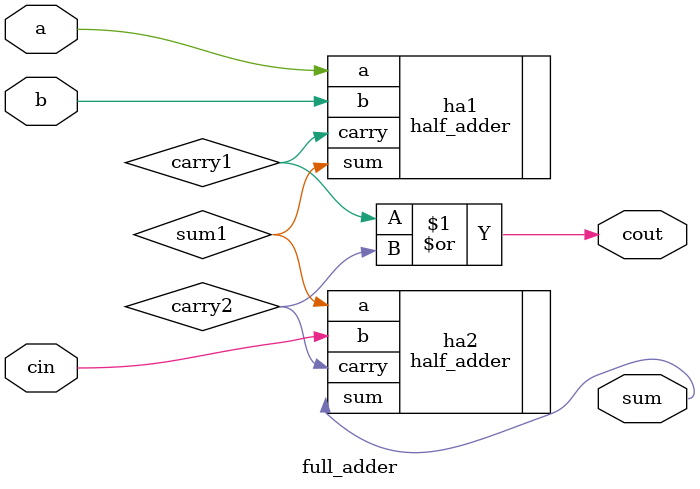
<source format=v>
`timescale 1ns / 1ps


module full_adder(
    input wire  a   ,
    input wire  b   , 
    input wire  cin ,
    output wire sum , 
    output wire cout
    
    );
    
    wire sum1 , carry1 , carry2 ;
    
    half_adder ha1 (
        //  atama yönü sola doðru <--
        .a    (a        ) ,
        .b    (b        ) ,
        
        // --> yön saða 
        .sum  (sum1     )  ,   //outputtu alt modulde
        .carry(carry1   )    //outputtu alt modulde
    );
    
    
    half_adder ha2 (
        .a (sum1)        ,
        .b (cin)         ,
        
        .sum   (sum)     ,
        .carry (carry2)
    );
    
    
    assign cout = carry1  |  carry2  ;
    
endmodule

</source>
